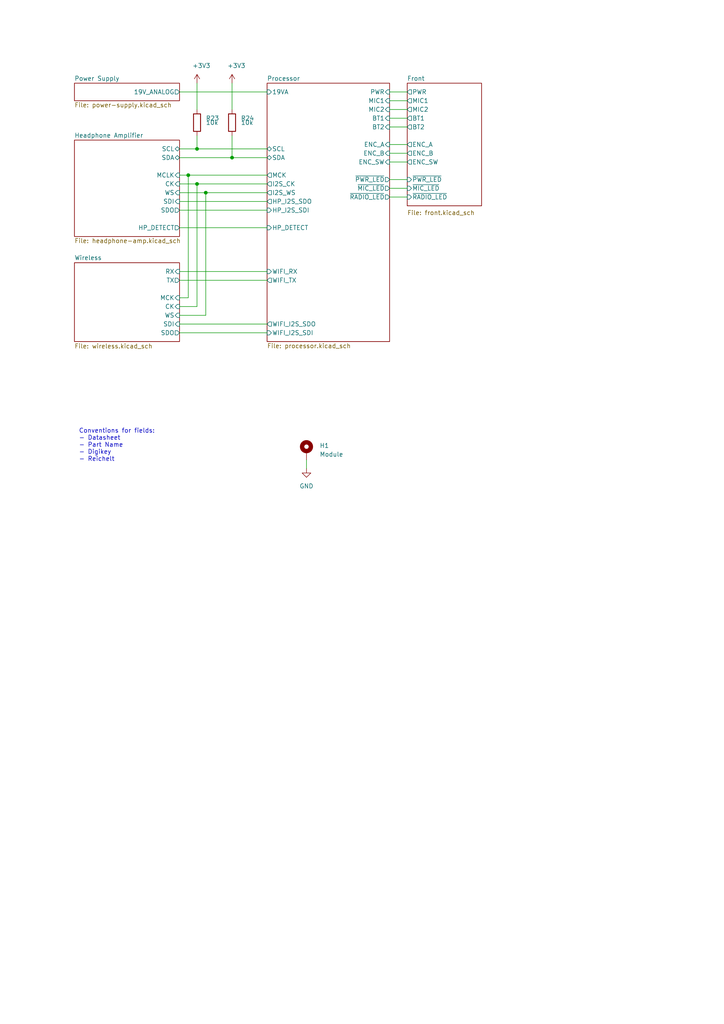
<source format=kicad_sch>
(kicad_sch (version 20210621) (generator eeschema)
  (paper "A4" portrait)
  (lib_symbols
    (symbol "Device:R" (pin_numbers hide) (pin_names (offset 0))
      (property "Reference" "R" (at 2.032 0 90))
      (property "Value" "R" (at 0 0 90))
      (symbol "R_0_1"
        (rectangle (start -1.016 -2.54) (end 1.016 2.54) (stroke (width 0.254)))
      )
      (symbol "R_1_1"
        (pin passive line (at 0 3.81 270) (length 1.27) (name "~") (number "1"))
        (pin passive line (at 0 -3.81 90) (length 1.27) (name "~") (number "2"))
      )
    )
    (symbol "Mechanical:MountingHole_Pad" (pin_numbers hide) (pin_names (offset 1.016) hide)
      (property "Reference" "H" (at 0 6.35 0))
      (property "Value" "MountingHole_Pad" (at 0 4.445 0))
      (symbol "MountingHole_Pad_0_1"
        (circle (center 0 1.27) (radius 1.27) (stroke (width 1.27)))
      )
      (symbol "MountingHole_Pad_1_1"
        (pin input line (at 0 -2.54 90) (length 2.54) (name "1") (number "1"))
      )
    )
    (symbol "power:+3V3" (power) (pin_names (offset 0))
      (property "Value" "+3V3" (at 0 3.556 0))
      (symbol "+3V3_0_1"
        (polyline (pts (xy -0.762 1.27) (xy 0 2.54)))
        (polyline (pts (xy 0 0) (xy 0 2.54)))
        (polyline (pts (xy 0 2.54) (xy 0.762 1.27)))
      )
      (symbol "+3V3_1_1"
        (pin power_in line (at 0 0 90) (length 0) hide (name "+3V3") (number "1"))
      )
    )
    (symbol "power:GND" (power) (pin_names (offset 0))
      (property "Value" "GND" (at 0 -3.81 0))
      (symbol "GND_0_1"
        (polyline (pts (xy 0 0) (xy 0 -1.27) (xy 1.27 -1.27) (xy 0 -2.54) (xy -1.27 -1.27) (xy 0 -1.27)))
      )
      (symbol "GND_1_1"
        (pin power_in line (at 0 0 270) (length 0) hide (name "GND") (number "1"))
      )
    )
  )
  (junction (at 57.15 43.18) (diameter 0.9144))
  (junction (at 54.61 50.8))
  (junction (at 59.69 55.88))
  (junction (at 67.31 45.72) (diameter 0.9144))
  (junction (at 57.15 53.34))
  (wire (pts (xy 113.03 44.45) (xy 118.11 44.45)))
  (wire (pts (xy 57.15 43.18) (xy 77.47 43.18)))
  (wire (pts (xy 52.07 45.72) (xy 67.31 45.72)))
  (wire (pts (xy 113.03 34.29) (xy 118.11 34.29)))
  (wire (pts (xy 52.07 58.42) (xy 77.47 58.42)))
  (wire (pts (xy 113.03 31.75) (xy 118.11 31.75)))
  (wire (pts (xy 52.07 86.36) (xy 54.61 86.36)))
  (wire (pts (xy 54.61 86.36) (xy 54.61 50.8)))
  (wire (pts (xy 88.9 133.35) (xy 88.9 135.89)))
  (wire (pts (xy 57.15 24.13) (xy 57.15 31.75)))
  (wire (pts (xy 67.31 45.72) (xy 77.47 45.72)))
  (wire (pts (xy 52.07 81.28) (xy 77.47 81.28)))
  (wire (pts (xy 54.61 50.8) (xy 77.47 50.8)))
  (wire (pts (xy 52.07 50.8) (xy 54.61 50.8)))
  (wire (pts (xy 113.03 26.67) (xy 118.11 26.67)))
  (wire (pts (xy 113.03 29.21) (xy 118.11 29.21)))
  (wire (pts (xy 113.03 46.99) (xy 118.11 46.99)))
  (wire (pts (xy 113.03 41.91) (xy 118.11 41.91)))
  (wire (pts (xy 113.03 36.83) (xy 118.11 36.83)))
  (wire (pts (xy 113.03 54.61) (xy 118.11 54.61)))
  (wire (pts (xy 57.15 53.34) (xy 77.47 53.34)))
  (wire (pts (xy 52.07 53.34) (xy 57.15 53.34)))
  (wire (pts (xy 113.03 57.15) (xy 118.11 57.15)))
  (wire (pts (xy 52.07 88.9) (xy 57.15 88.9)))
  (wire (pts (xy 57.15 88.9) (xy 57.15 53.34)))
  (wire (pts (xy 67.31 45.72) (xy 67.31 39.37)))
  (wire (pts (xy 67.31 24.13) (xy 67.31 31.75)))
  (wire (pts (xy 59.69 91.44) (xy 59.69 55.88)))
  (wire (pts (xy 52.07 91.44) (xy 59.69 91.44)))
  (wire (pts (xy 52.07 96.52) (xy 77.47 96.52)))
  (wire (pts (xy 52.07 66.04) (xy 77.47 66.04)))
  (wire (pts (xy 52.07 43.18) (xy 57.15 43.18)))
  (wire (pts (xy 52.07 55.88) (xy 59.69 55.88)))
  (wire (pts (xy 59.69 55.88) (xy 77.47 55.88)))
  (wire (pts (xy 52.07 26.67) (xy 77.47 26.67)))
  (wire (pts (xy 57.15 43.18) (xy 57.15 39.37)))
  (wire (pts (xy 52.07 78.74) (xy 77.47 78.74)))
  (wire (pts (xy 52.07 93.98) (xy 77.47 93.98)))
  (wire (pts (xy 113.03 52.07) (xy 118.11 52.07)))
  (wire (pts (xy 52.07 60.96) (xy 77.47 60.96)))
  (text "Conventions for fields:\n- Datasheet\n- Part Name\n- Digikey\n- Reichelt" (at 22.86 133.985 0) (effects (font (size 1.27 1.27)) (justify left bottom)))
  (symbol (lib_id "Mechanical:MountingHole_Pad") (at 88.9 130.81 0) (unit 1)
    (property "Reference" "H1" (at 92.71 129.2224 0) (effects (justify left)))
    (property "Value" "Module" (at 92.71 131.7624 0) (effects (justify left)))
    (property "Footprint" "HackAmp-Footprints:HackAmp-Module" (effects hide))
  )
  (symbol (lib_id "Device:R") (at 67.31 35.56 0) (unit 1)
    (property "Reference" "R24" (at 69.85 34.29 0) (effects (justify left)))
    (property "Value" "10k" (at 69.85 35.56 0) (effects (justify left)))
    (property "Footprint" "Resistor_SMD:R_0603_1608Metric" (effects hide))
    (property "Mouser" "652-CR0603FX-1002ELF" (effects hide))
    (property "Part Name" "Bourns CR0603-FX-1002ELF" (effects hide))
  )
  (symbol (lib_id "power:+3V3") (at 57.15 24.13 0) (unit 1)
    (property "Reference" "#PWR0157" (effects hide))
    (property "Value" "+3V3" (at 58.42 19.05 0))
  )
  (symbol (lib_id "Device:R") (at 57.15 35.56 0) (unit 1)
    (property "Reference" "R23" (at 59.69 34.29 0) (effects (justify left)))
    (property "Value" "10k" (at 59.69 35.56 0) (effects (justify left)))
    (property "Footprint" "Resistor_SMD:R_0603_1608Metric" (effects hide))
    (property "Mouser" "652-CR0603FX-1002ELF" (effects hide))
    (property "Part Name" "Bourns CR0603-FX-1002ELF" (effects hide))
  )
  (symbol (lib_id "power:GND") (at 88.9 135.89 0) (unit 1)
    (property "Reference" "#PWR0177" (effects hide))
    (property "Value" "GND" (at 88.9 140.97 0))
  )
  (symbol (lib_id "power:+3V3") (at 67.31 24.13 0) (unit 1)
    (property "Reference" "#PWR0158" (effects hide))
    (property "Value" "+3V3" (at 68.58 19.05 0))
  )
  (sheet (at 21.59 24.13) (size 30.48 5.08)
    (property "Schaltplanname" "Power Supply" (at 21.59 23.4945 0) (effects (justify left bottom)))
    (property "Dateiname Blatt" "power-supply.kicad_sch" (at 21.59 29.7185 0) (effects (justify left top)))
    (pin "19V_ANALOG" output (at 52.07 26.67 0))
  )
  (sheet (at 21.59 40.64) (size 30.48 27.94)
    (property "Schaltplanname" "Headphone Amplifier" (at 21.59 40.0045 0) (effects (justify left bottom)))
    (property "Dateiname Blatt" "headphone-amp.kicad_sch" (at 21.59 69.0885 0) (effects (justify left top)))
    (pin "HP_DETECT" output (at 52.07 66.04 0))
    (pin "MCLK" input (at 52.07 50.8 0))
    (pin "CK" input (at 52.07 53.34 0))
    (pin "WS" input (at 52.07 55.88 0))
    (pin "SDI" input (at 52.07 58.42 0))
    (pin "SDO" output (at 52.07 60.96 0))
    (pin "SCL" bidirectional (at 52.07 43.18 0))
    (pin "SDA" bidirectional (at 52.07 45.72 0))
  )
  (sheet (at 77.47 24.13) (size 35.56 74.93)
    (property "Schaltplanname" "Processor" (at 77.47 23.4945 0) (effects (justify left bottom)))
    (property "Dateiname Blatt" "processor.kicad_sch" (at 77.47 99.5685 0) (effects (justify left top)))
    (pin "MCK" output (at 77.47 50.8 180))
    (pin "I2S_CK" output (at 77.47 53.34 180))
    (pin "I2S_WS" output (at 77.47 55.88 180))
    (pin "HP_I2S_SDI" input (at 77.47 60.96 180))
    (pin "HP_I2S_SDO" output (at 77.47 58.42 180))
    (pin "SDA" bidirectional (at 77.47 45.72 180))
    (pin "SCL" bidirectional (at 77.47 43.18 180))
    (pin "HP_DETECT" input (at 77.47 66.04 180))
    (pin "PWR" input (at 113.03 26.67 0))
    (pin "MIC1" input (at 113.03 29.21 0))
    (pin "MIC2" input (at 113.03 31.75 0))
    (pin "BT1" input (at 113.03 34.29 0))
    (pin "BT2" input (at 113.03 36.83 0))
    (pin "ENC_A" input (at 113.03 41.91 0))
    (pin "ENC_B" input (at 113.03 44.45 0))
    (pin "ENC_SW" input (at 113.03 46.99 0))
    (pin "19VA" input (at 77.47 26.67 180))
    (pin "WIFI_I2S_SDO" output (at 77.47 93.98 180))
    (pin "WIFI_RX" input (at 77.47 78.74 180))
    (pin "WIFI_TX" output (at 77.47 81.28 180))
    (pin "WIFI_I2S_SDI" input (at 77.47 96.52 180))
    (pin "~{RADIO_LED}" output (at 113.03 57.15 0))
    (pin "~{PWR_LED}" output (at 113.03 52.07 0))
    (pin "~{MIC_LED}" output (at 113.03 54.61 0))
  )
  (sheet (at 118.11 24.13) (size 21.59 35.56)
    (property "Schaltplanname" "Front" (at 118.11 23.4945 0) (effects (justify left bottom)))
    (property "Dateiname Blatt" "front.kicad_sch" (at 118.11 60.96 0) (effects (justify left top)))
    (pin "PWR" output (at 118.11 26.67 180))
    (pin "ENC_B" output (at 118.11 44.45 180))
    (pin "ENC_A" output (at 118.11 41.91 180))
    (pin "ENC_SW" output (at 118.11 46.99 180))
    (pin "MIC1" output (at 118.11 29.21 180))
    (pin "BT2" output (at 118.11 36.83 180))
    (pin "MIC2" output (at 118.11 31.75 180))
    (pin "BT1" output (at 118.11 34.29 180))
    (pin "~{PWR_LED}" input (at 118.11 52.07 180))
    (pin "~{MIC_LED}" input (at 118.11 54.61 180))
    (pin "~{RADIO_LED}" input (at 118.11 57.15 180))
  )
  (sheet (at 21.59 76.2) (size 30.48 22.86) (stroke (width 0.1524))
    (property "Schaltplanname" "Wireless" (at 21.59 75.4884 0) (effects (justify left bottom)))
    (property "Dateiname Blatt" "wireless.kicad_sch" (at 21.59 99.6446 0) (effects (justify left top)))
    (pin "MCK" input (at 52.07 86.36 0))
    (pin "RX" input (at 52.07 78.74 0))
    (pin "TX" output (at 52.07 81.28 0))
    (pin "WS" input (at 52.07 91.44 0))
    (pin "CK" input (at 52.07 88.9 0))
    (pin "SDI" input (at 52.07 93.98 0))
    (pin "SDO" output (at 52.07 96.52 0))
  )
)
</source>
